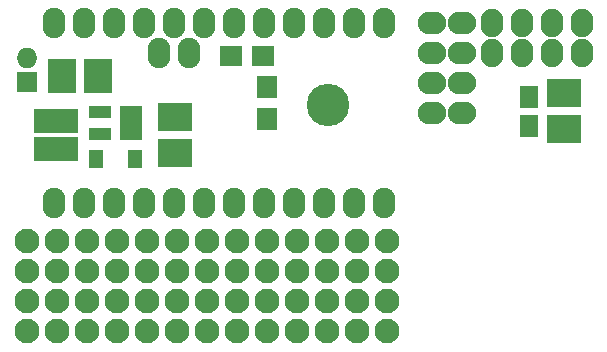
<source format=gts>
G04 #@! TF.GenerationSoftware,KiCad,Pcbnew,(2017-11-08 revision cd21218)-HEAD*
G04 #@! TF.CreationDate,2018-02-24T01:01:06+02:00*
G04 #@! TF.ProjectId,pro_mini,70726F5F6D696E692E6B696361645F70,rev?*
G04 #@! TF.SameCoordinates,Original*
G04 #@! TF.FileFunction,Soldermask,Top*
G04 #@! TF.FilePolarity,Negative*
%FSLAX46Y46*%
G04 Gerber Fmt 4.6, Leading zero omitted, Abs format (unit mm)*
G04 Created by KiCad (PCBNEW (2017-11-08 revision cd21218)-HEAD) date Sat Feb 24 01:01:06 2018*
%MOMM*%
%LPD*%
G01*
G04 APERTURE LIST*
%ADD10O,1.901140X2.599640*%
%ADD11O,2.400000X1.900000*%
%ADD12C,3.600000*%
%ADD13C,2.100000*%
%ADD14O,1.900000X2.400000*%
%ADD15R,2.350000X2.900000*%
%ADD16R,2.900000X2.350000*%
%ADD17R,1.650000X1.900000*%
%ADD18R,1.300000X1.600000*%
%ADD19R,3.800000X2.000000*%
%ADD20R,1.700000X1.900000*%
%ADD21R,1.900000X1.700000*%
%ADD22R,1.960000X1.050000*%
%ADD23R,1.750000X1.750000*%
%ADD24O,1.750000X1.750000*%
G04 APERTURE END LIST*
D10*
X122721001Y-94085001D03*
X125261001Y-94085001D03*
X113831001Y-91545001D03*
X116371001Y-91545001D03*
X118911001Y-91545001D03*
X121451001Y-91545001D03*
X123991001Y-91545001D03*
X126531001Y-91545001D03*
X129071001Y-91545001D03*
X131611001Y-91545001D03*
X134151001Y-91545001D03*
X136691001Y-91545001D03*
X139231001Y-91545001D03*
X141771001Y-91545001D03*
X141771001Y-106785001D03*
X139231001Y-106785001D03*
X136691001Y-106785001D03*
X134151001Y-106785001D03*
X131611001Y-106785001D03*
X129071001Y-106785001D03*
X126531001Y-106785001D03*
X123991001Y-106785001D03*
X121451001Y-106785001D03*
X118911001Y-106785001D03*
X116371001Y-106785001D03*
X113831001Y-106785001D03*
D11*
X148336000Y-91516200D03*
X145796000Y-91516200D03*
X148336000Y-94056200D03*
X145796000Y-94056200D03*
X148336000Y-96596200D03*
X145796000Y-96596200D03*
X148336000Y-99136200D03*
X145796000Y-99136200D03*
D12*
X137000000Y-98500000D03*
D13*
X141980000Y-117620000D03*
X139440000Y-117620000D03*
X136900000Y-117620000D03*
X134360000Y-117620000D03*
X131820000Y-117620000D03*
X129280000Y-117620000D03*
X126740000Y-117620000D03*
X124200000Y-117620000D03*
X121660000Y-117620000D03*
X119120000Y-117620000D03*
X116580000Y-117620000D03*
X114040000Y-117620000D03*
X111500000Y-117620000D03*
X141980000Y-115080000D03*
X139440000Y-115080000D03*
X136900000Y-115080000D03*
X134360000Y-115080000D03*
X131820000Y-115080000D03*
X129280000Y-115080000D03*
X126740000Y-115080000D03*
X124200000Y-115080000D03*
X121660000Y-115080000D03*
X119120000Y-115080000D03*
X116580000Y-115080000D03*
X114040000Y-115080000D03*
X111500000Y-115080000D03*
X141980000Y-112540000D03*
X139440000Y-112540000D03*
X136900000Y-112540000D03*
X134360000Y-112540000D03*
X131820000Y-112540000D03*
X129280000Y-112540000D03*
X126740000Y-112540000D03*
X124200000Y-112540000D03*
X121660000Y-112540000D03*
X119120000Y-112540000D03*
X116580000Y-112540000D03*
X114040000Y-112540000D03*
X111500000Y-112540000D03*
X141980000Y-110000000D03*
X139440000Y-110000000D03*
X136900000Y-110000000D03*
X134360000Y-110000000D03*
X131820000Y-110000000D03*
X129280000Y-110000000D03*
X126740000Y-110000000D03*
X124200000Y-110000000D03*
X121660000Y-110000000D03*
X119120000Y-110000000D03*
X116580000Y-110000000D03*
X114040000Y-110000000D03*
X111500000Y-110000000D03*
D14*
X150856000Y-91524000D03*
X150856000Y-94064000D03*
X153396000Y-91524000D03*
X153396000Y-94064000D03*
X155936000Y-91524000D03*
X155936000Y-94064000D03*
X158476000Y-91524000D03*
X158476000Y-94064000D03*
D15*
X117525000Y-96000000D03*
X114475000Y-96000000D03*
D16*
X157000000Y-97475000D03*
X157000000Y-100525000D03*
D17*
X154000000Y-97750000D03*
X154000000Y-100250000D03*
D16*
X124000000Y-102525000D03*
X124000000Y-99475000D03*
D18*
X120650000Y-103000000D03*
X117350000Y-103000000D03*
D19*
X114000000Y-102200000D03*
X114000000Y-99800000D03*
D20*
X131800600Y-96948000D03*
X131800600Y-99648000D03*
D21*
X128799600Y-94335600D03*
X131499600Y-94335600D03*
D22*
X120350000Y-100950000D03*
X120350000Y-100000000D03*
X120350000Y-99050000D03*
X117650000Y-99050000D03*
X117650000Y-100950000D03*
D23*
X111500000Y-96500000D03*
D24*
X111500000Y-94500000D03*
M02*

</source>
